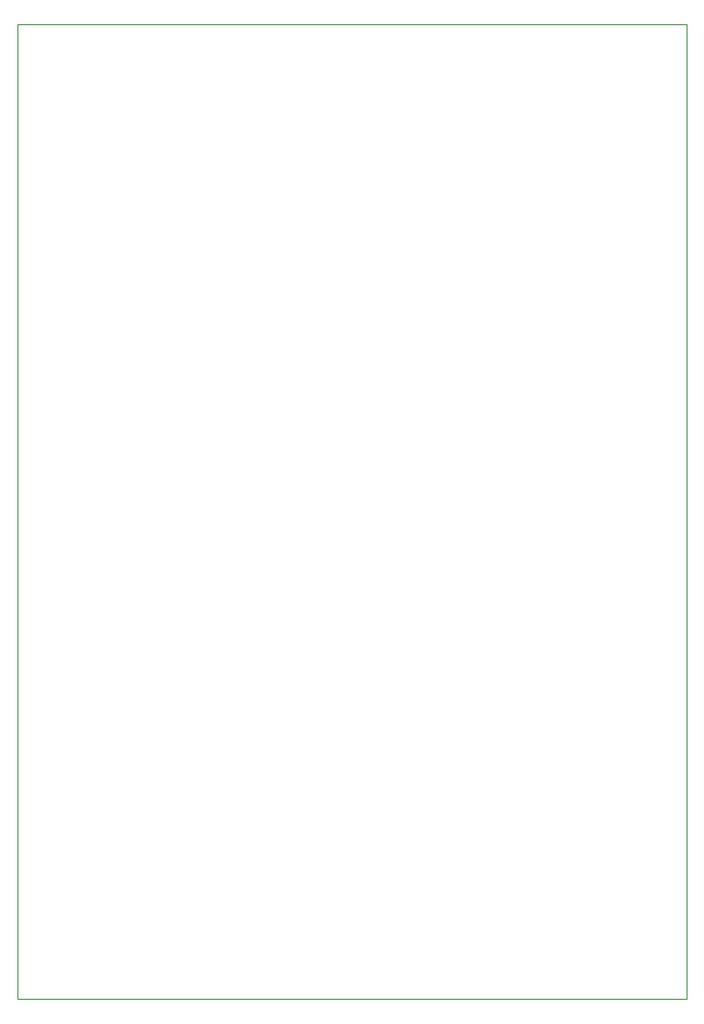
<source format=gbr>
%TF.GenerationSoftware,KiCad,Pcbnew,(6.0.1)*%
%TF.CreationDate,2022-06-06T15:56:05+01:00*%
%TF.ProjectId,psp-bluetooth,7073702d-626c-4756-9574-6f6f74682e6b,rev?*%
%TF.SameCoordinates,Original*%
%TF.FileFunction,Profile,NP*%
%FSLAX46Y46*%
G04 Gerber Fmt 4.6, Leading zero omitted, Abs format (unit mm)*
G04 Created by KiCad (PCBNEW (6.0.1)) date 2022-06-06 15:56:05*
%MOMM*%
%LPD*%
G01*
G04 APERTURE LIST*
%TA.AperFunction,Profile*%
%ADD10C,0.100000*%
%TD*%
G04 APERTURE END LIST*
D10*
X114300000Y-130810000D02*
X172720000Y-130810000D01*
X172720000Y-45720000D02*
X114300000Y-45720000D01*
X172720000Y-130810000D02*
X172720000Y-45720000D01*
X114300000Y-45720000D02*
X114300000Y-130810000D01*
M02*

</source>
